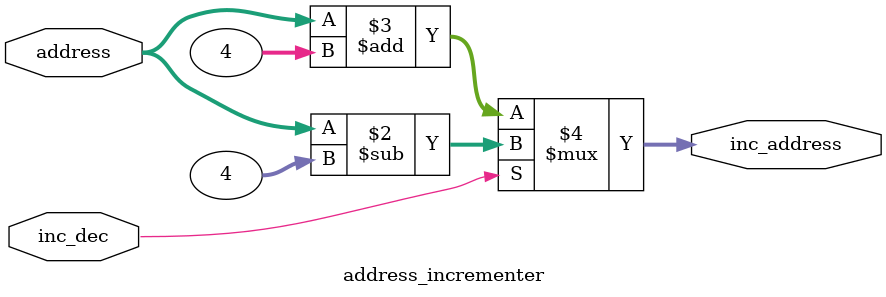
<source format=v>
module address_incrementer(output reg[31:0] inc_address, input[31:0] address, input inc_dec);

always @(address, inc_dec) begin
   inc_address = inc_dec ? address - 4 : address + 4;
end

endmodule
</source>
